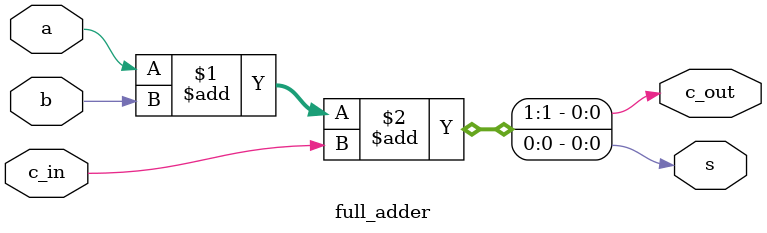
<source format=v>
module full_adder (
  input  wire a,
  input  wire b,
  input  wire c_in,
  output reg s,
  output reg c_out);

  assign {c_out, s} = a + b + c_in;

endmodule

</source>
